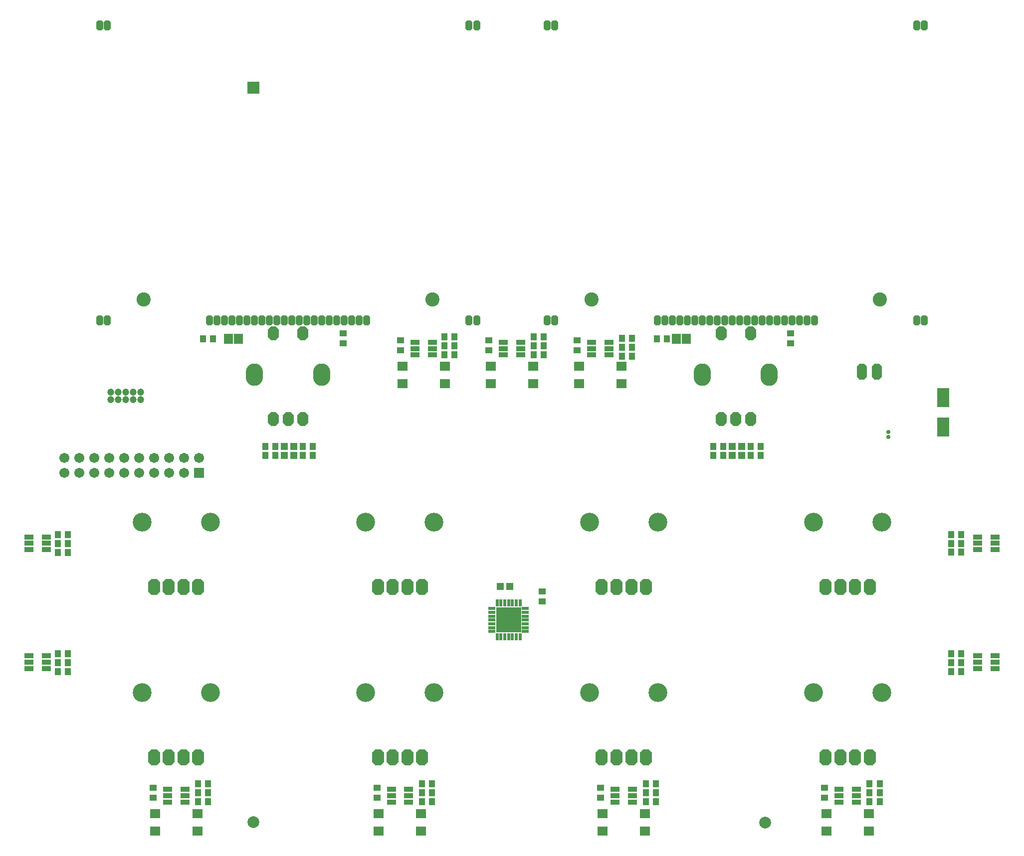
<source format=gts>
%FSTAX23Y23*%
%MOIN*%
%SFA1B1*%

%IPPOS*%
%AMD41*
4,1,8,0.033500,-0.036400,0.033500,0.036400,0.016800,0.053200,-0.016800,0.053200,-0.033500,0.036400,-0.033500,-0.036400,-0.016800,-0.053200,0.016800,-0.053200,0.033500,-0.036400,0.0*
%
%AMD42*
4,1,8,0.017700,0.045300,-0.017700,0.045300,-0.035500,0.027600,-0.035500,-0.027600,-0.017700,-0.045300,0.017700,-0.045300,0.035500,-0.027600,0.035500,0.027600,0.017700,0.045300,0.0*
%
%AMD45*
4,1,8,-0.010900,-0.033500,0.010900,-0.033500,0.021700,-0.022700,0.021700,0.022700,0.010900,0.033500,-0.010900,0.033500,-0.021700,0.022700,-0.021700,-0.022700,-0.010900,-0.033500,0.0*
%
%AMD47*
4,1,8,0.019700,0.053200,-0.019700,0.053200,-0.039400,0.033500,-0.039400,-0.033500,-0.019700,-0.053200,0.019700,-0.053200,0.039400,-0.033500,0.039400,0.033500,0.019700,0.053200,0.0*
%
%ADD26R,0.059181X0.067055*%
%ADD27R,0.047370X0.047370*%
%ADD28R,0.059181X0.035559*%
%ADD29R,0.043433X0.047370*%
%ADD30R,0.070992X0.063118*%
%ADD31R,0.165480X0.165480*%
%ADD32R,0.021779X0.051307*%
%ADD33R,0.051307X0.021779*%
%ADD34R,0.078866X0.128078*%
%ADD35R,0.078740X0.078740*%
%ADD36C,0.078740*%
%ADD37R,0.047370X0.043433*%
%ADD38R,0.067055X0.067055*%
%ADD39C,0.067055*%
%ADD40C,0.027685*%
G04~CAMADD=41~4~0.0~0.0~1064.3~670.6~0.0~167.6~0~0.0~0.0~0.0~0.0~0~0.0~0.0~0.0~0.0~0~0.0~0.0~0.0~270.0~670.0~1064.0*
%ADD41D41*%
G04~CAMADD=42~4~0.0~0.0~709.9~906.8~0.0~177.5~0~0.0~0.0~0.0~0.0~0~0.0~0.0~0.0~0.0~0~0.0~0.0~0.0~0.0~709.9~906.8*
%ADD42D42*%
%ADD43O,0.114299X0.149732*%
%ADD44C,0.094614*%
G04~CAMADD=45~4~0.0~0.0~434.3~670.6~0.0~108.6~0~0.0~0.0~0.0~0.0~0~0.0~0.0~0.0~0.0~0~0.0~0.0~0.0~180.0~434.0~670.0*
%ADD45D45*%
%ADD46C,0.047370*%
G04~CAMADD=47~4~0.0~0.0~788.7~1064.3~0.0~197.2~0~0.0~0.0~0.0~0.0~0~0.0~0.0~0.0~0.0~0~0.0~0.0~0.0~0.0~788.7~1064.3*
%ADD47D47*%
%ADD48C,0.126110*%
%LNduo_x-1*%
%LPD*%
G54D26*
X03686Y03235D03*
X03753D03*
X00758D03*
X00691D03*
G54D27*
X02508Y0158D03*
X02571D03*
X04059Y02515D03*
X04122D03*
X04122Y02455D03*
X04059D03*
X01129Y02455D03*
X01066D03*
X01066Y02515D03*
X01129D03*
G54D28*
X05816Y01115D03*
Y01072D03*
Y01028D03*
X057Y01115D03*
Y01072D03*
Y01028D03*
X-00642Y01824D03*
Y01867D03*
Y0191D03*
X-00525Y01824D03*
Y01867D03*
Y0191D03*
X057Y01824D03*
Y01867D03*
Y0191D03*
X05816Y01824D03*
Y01867D03*
Y0191D03*
X-00642Y01028D03*
Y01072D03*
Y01115D03*
X-00525Y01028D03*
Y01072D03*
Y01115D03*
X04773Y00135D03*
Y00178D03*
Y00221D03*
X04889Y00135D03*
Y00178D03*
Y00221D03*
X03277Y00135D03*
Y00178D03*
Y00221D03*
X03393Y00135D03*
Y00178D03*
Y00221D03*
X01781Y00135D03*
Y00178D03*
Y00221D03*
X01897Y00135D03*
Y00178D03*
Y00221D03*
X00285Y00135D03*
Y00178D03*
Y00221D03*
X00401Y00135D03*
Y00178D03*
Y00221D03*
X03119Y03127D03*
Y0317D03*
Y03213D03*
X03235Y03127D03*
Y0317D03*
Y03213D03*
X02529Y03127D03*
Y0317D03*
Y03213D03*
X02645Y03127D03*
Y0317D03*
Y03213D03*
X01938Y03127D03*
Y0317D03*
Y03213D03*
X02054Y03127D03*
Y0317D03*
Y03213D03*
G54D29*
X05521Y01009D03*
X05588D03*
X03556Y03235D03*
X03623D03*
X00588D03*
X00521D03*
X-00448Y01865D03*
X-00381D03*
X-00448Y01805D03*
X-00381D03*
X-00448Y01925D03*
X-00381D03*
X05588Y01865D03*
X05521D03*
X05588Y01807D03*
X05521D03*
X05588Y01925D03*
X05521D03*
X05588Y01069D03*
X05521D03*
X05588Y01127D03*
X05521D03*
X-00448Y01069D03*
X-00381D03*
X-00448Y01009D03*
X-00381D03*
X-00448Y01129D03*
X-00381D03*
X05044Y0014D03*
X04977D03*
X05044Y00199D03*
X04977D03*
X05044Y00257D03*
X04977D03*
X03548Y0014D03*
X03481D03*
X03548Y00199D03*
X03481D03*
X03548Y00257D03*
X03481D03*
X02052Y0014D03*
X01985D03*
X02052Y00199D03*
X01985D03*
X02052Y00257D03*
X01985D03*
X00556Y0014D03*
X00489D03*
X00556Y00199D03*
X00489D03*
X00556Y00257D03*
X00489D03*
X03388Y0312D03*
X03321D03*
X03388Y0318D03*
X03321D03*
X03388Y03239D03*
X03321D03*
X02798Y0313D03*
X02731D03*
X02798Y0319D03*
X02731D03*
X02798Y0325D03*
X02731D03*
X02202Y0319D03*
X02135D03*
X02202Y0325D03*
X02135D03*
X02202Y0313D03*
X02135D03*
X04249Y02515D03*
X04182D03*
Y02455D03*
X04249D03*
X03932Y02515D03*
X03999D03*
Y02455D03*
X03932D03*
X01189D03*
X01256D03*
Y02515D03*
X01189D03*
X01006Y02455D03*
X00939D03*
Y02515D03*
X01006D03*
G54D30*
X04973Y0006D03*
X04689D03*
Y-00057D03*
X04973D03*
X03477D03*
X03193D03*
Y0006D03*
X03477D03*
X0198Y-00057D03*
X01697D03*
Y0006D03*
X0198D03*
X00484Y-00057D03*
X00201D03*
Y0006D03*
X00484D03*
X03319Y02934D03*
X03036D03*
Y03052D03*
X03319D03*
X02728Y02934D03*
X02445D03*
Y03052D03*
X02728D03*
X02138Y02934D03*
X01854D03*
Y03052D03*
X02138D03*
G54D31*
X02565Y01355D03*
G54D32*
X02488Y01467D03*
X02513D03*
X02539D03*
X02565D03*
X0259D03*
X02616D03*
X02641D03*
Y01242D03*
X02616D03*
X0259D03*
X02565D03*
X02539D03*
X02513D03*
X02488D03*
G54D33*
X02677Y01431D03*
Y01406D03*
Y0138D03*
Y01355D03*
Y01329D03*
Y01303D03*
Y01278D03*
X02452D03*
Y01303D03*
Y01329D03*
Y01355D03*
Y0138D03*
Y01406D03*
Y01431D03*
G54D34*
X0547Y02841D03*
Y02644D03*
G54D35*
X0086Y04915D03*
G54D36*
X0428Y0D03*
X0086Y00001D03*
G54D37*
X04676Y00232D03*
Y00165D03*
X0318Y00232D03*
Y00165D03*
X01684Y00232D03*
Y00165D03*
X00188Y00232D03*
Y00165D03*
X03022Y03224D03*
Y03157D03*
X02432Y03224D03*
Y03157D03*
X01841Y03224D03*
Y03157D03*
X0445Y03206D03*
Y03273D03*
X0146Y03206D03*
Y03273D03*
X0279Y0148D03*
Y01546D03*
G54D38*
X00495Y0234D03*
G54D39*
X00495Y0244D03*
X00395Y0234D03*
Y0244D03*
X00295Y0234D03*
Y0244D03*
X00195Y0234D03*
Y0244D03*
X00095Y0234D03*
Y0244D03*
X-00004Y0234D03*
Y0244D03*
X-00104Y0234D03*
Y0244D03*
X-00204Y0234D03*
Y0244D03*
X-00304Y0234D03*
Y0244D03*
X-00404Y0234D03*
Y0244D03*
G54D40*
X05102Y02579D03*
Y02611D03*
G54D41*
X05024Y03014D03*
X04925D03*
G54D42*
X00992Y027D03*
X01091D03*
X01189D03*
X00992Y03271D03*
X01189D03*
X03984Y027D03*
X04083D03*
X04181D03*
X03984Y03271D03*
X04181D03*
G54D43*
X00866Y02995D03*
X01315D03*
X03858D03*
X04307D03*
G54D44*
X05047Y03497D03*
X03118D03*
X02055D03*
X00126D03*
G54D45*
X05343Y05333D03*
X05292D03*
X02823Y0336D03*
X02873D03*
X04558D03*
X04508D03*
X04458D03*
X04408D03*
X04358D03*
X04308D03*
X04258D03*
X04208D03*
X04158D03*
X04108D03*
X04058D03*
X04008D03*
X03958D03*
X03908D03*
X03858D03*
X03808D03*
X03758D03*
X03708D03*
X03658D03*
X03608D03*
X03558D03*
X04608D03*
X05292D03*
X05343D03*
X02873Y05333D03*
X02823D03*
X02351D03*
X023D03*
X-00168Y0336D03*
X-00118D03*
X01566D03*
X01516D03*
X01466D03*
X01416D03*
X01366D03*
X01316D03*
X01266D03*
X01216D03*
X01166D03*
X01116D03*
X01066D03*
X01016D03*
X00966D03*
X00916D03*
X00866D03*
X00816D03*
X00766D03*
X00716D03*
X00666D03*
X00616D03*
X00566D03*
X01616D03*
X023D03*
X02351D03*
X-00118Y05333D03*
X-00168D03*
G54D46*
X00105Y0283D03*
X00055D03*
X00005D03*
X-00045D03*
X-00095Y0288D03*
Y0283D03*
X-00045Y0288D03*
X00005D03*
X00055D03*
X00105D03*
G54D47*
X04978Y00434D03*
X0488D03*
X04782D03*
X04683D03*
D03*
X03187D03*
D03*
X03286D03*
X03384D03*
X03482D03*
X01691D03*
D03*
X0179D03*
X01888D03*
X01986D03*
X00195D03*
D03*
X00293D03*
X00392D03*
X0049D03*
X04683Y01576D03*
D03*
X04782D03*
X0488D03*
X04978D03*
X03187D03*
D03*
X03286D03*
X03384D03*
X03482D03*
X01691D03*
D03*
X0179D03*
X01888D03*
X01986D03*
X00195D03*
D03*
X00293D03*
X00392D03*
X0049D03*
G54D48*
X04603Y00867D03*
X05059D03*
X03563D03*
X03106D03*
X02067D03*
X0161D03*
X00571D03*
X00114D03*
X05059Y02009D03*
X04603D03*
X03563D03*
X03106D03*
X02067D03*
X0161D03*
X00571D03*
X00114D03*
M02*
</source>
